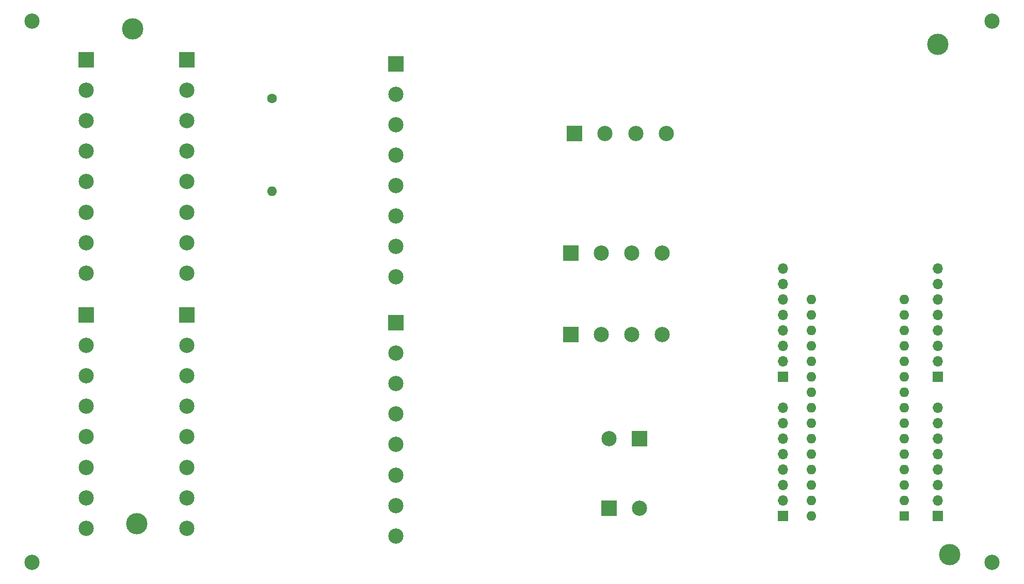
<source format=gbr>
%TF.GenerationSoftware,KiCad,Pcbnew,(6.0.2)*%
%TF.CreationDate,2022-07-12T14:07:49-04:00*%
%TF.ProjectId,RDL_revD6,52444c5f-7265-4764-9436-2e6b69636164,Rev D6*%
%TF.SameCoordinates,Original*%
%TF.FileFunction,Soldermask,Bot*%
%TF.FilePolarity,Negative*%
%FSLAX46Y46*%
G04 Gerber Fmt 4.6, Leading zero omitted, Abs format (unit mm)*
G04 Created by KiCad (PCBNEW (6.0.2)) date 2022-07-12 14:07:49*
%MOMM*%
%LPD*%
G01*
G04 APERTURE LIST*
%ADD10C,1.600000*%
%ADD11O,1.600000X1.600000*%
%ADD12R,2.500000X2.500000*%
%ADD13C,2.500000*%
%ADD14R,1.700000X1.700000*%
%ADD15O,1.700000X1.700000*%
%ADD16C,3.500000*%
%ADD17R,1.600000X1.600000*%
G04 APERTURE END LIST*
D10*
%TO.C,R4*%
X110490000Y-58420000D03*
D11*
X110490000Y-73660000D03*
%TD*%
D12*
%TO.C,J9*%
X160140000Y-64135000D03*
D13*
X165140000Y-64135000D03*
X170140000Y-64135000D03*
X175140000Y-64135000D03*
%TD*%
D14*
%TO.C,J11*%
X194310000Y-104110000D03*
D15*
X194310000Y-101570000D03*
X194310000Y-99030000D03*
X194310000Y-96490000D03*
X194310000Y-93950000D03*
X194310000Y-91410000D03*
X194310000Y-88870000D03*
X194310000Y-86330000D03*
%TD*%
D14*
%TO.C,J8*%
X219710000Y-104110000D03*
D15*
X219710000Y-101570000D03*
X219710000Y-99030000D03*
X219710000Y-96490000D03*
X219710000Y-93950000D03*
X219710000Y-91410000D03*
X219710000Y-88870000D03*
X219710000Y-86330000D03*
%TD*%
D12*
%TO.C,J15*%
X165735000Y-125730000D03*
D13*
X170735000Y-125730000D03*
%TD*%
D14*
%TO.C,J7*%
X219710000Y-126985000D03*
D15*
X219710000Y-124445000D03*
X219710000Y-121905000D03*
X219710000Y-119365000D03*
X219710000Y-116825000D03*
X219710000Y-114285000D03*
X219710000Y-111745000D03*
X219710000Y-109205000D03*
%TD*%
D12*
%TO.C,J5*%
X130810000Y-52705000D03*
D13*
X130810000Y-57705000D03*
X130810000Y-62705000D03*
X130810000Y-67705000D03*
X130810000Y-72705000D03*
X130810000Y-77705000D03*
X130810000Y-82705000D03*
X130810000Y-87705000D03*
%TD*%
D16*
%TO.C,H6*%
X219710000Y-49530000D03*
%TD*%
D13*
%TO.C,H3*%
X228600000Y-134620000D03*
%TD*%
D16*
%TO.C,H8*%
X88265000Y-128270000D03*
%TD*%
D12*
%TO.C,J13*%
X159505000Y-97155000D03*
D13*
X164505000Y-97155000D03*
X169505000Y-97155000D03*
X174505000Y-97155000D03*
%TD*%
D12*
%TO.C,J1*%
X96520000Y-52070000D03*
D13*
X96520000Y-57070000D03*
X96520000Y-62070000D03*
X96520000Y-67070000D03*
X96520000Y-72070000D03*
X96520000Y-77070000D03*
X96520000Y-82070000D03*
X96520000Y-87070000D03*
%TD*%
D16*
%TO.C,H7*%
X221615000Y-133350000D03*
%TD*%
D12*
%TO.C,J14*%
X170775000Y-114300000D03*
D13*
X165775000Y-114300000D03*
%TD*%
%TO.C,H4*%
X71120000Y-134620000D03*
%TD*%
D12*
%TO.C,J2*%
X96520000Y-93980000D03*
D13*
X96520000Y-98980000D03*
X96520000Y-103980000D03*
X96520000Y-108980000D03*
X96520000Y-113980000D03*
X96520000Y-118980000D03*
X96520000Y-123980000D03*
X96520000Y-128980000D03*
%TD*%
D12*
%TO.C,J12*%
X159505000Y-83820000D03*
D13*
X164505000Y-83820000D03*
X169505000Y-83820000D03*
X174505000Y-83820000D03*
%TD*%
D17*
%TO.C,A1*%
X214210000Y-126985000D03*
D11*
X214210000Y-124445000D03*
X214210000Y-121905000D03*
X214210000Y-119365000D03*
X214210000Y-116825000D03*
X214210000Y-114285000D03*
X214210000Y-111745000D03*
X214210000Y-109205000D03*
X214210000Y-106665000D03*
X214210000Y-104125000D03*
X214210000Y-101585000D03*
X214210000Y-99045000D03*
X214210000Y-96505000D03*
X214210000Y-93965000D03*
X214210000Y-91425000D03*
X198970000Y-91425000D03*
X198970000Y-93965000D03*
X198970000Y-96505000D03*
X198970000Y-99045000D03*
X198970000Y-101585000D03*
X198970000Y-104125000D03*
X198970000Y-106665000D03*
X198970000Y-109205000D03*
X198970000Y-111745000D03*
X198970000Y-114285000D03*
X198970000Y-116825000D03*
X198970000Y-119365000D03*
X198970000Y-121905000D03*
X198970000Y-124445000D03*
X198970000Y-126985000D03*
%TD*%
D14*
%TO.C,J10*%
X194310000Y-126985000D03*
D15*
X194310000Y-124445000D03*
X194310000Y-121905000D03*
X194310000Y-119365000D03*
X194310000Y-116825000D03*
X194310000Y-114285000D03*
X194310000Y-111745000D03*
X194310000Y-109205000D03*
%TD*%
D12*
%TO.C,J3*%
X80010000Y-52070000D03*
D13*
X80010000Y-57070000D03*
X80010000Y-62070000D03*
X80010000Y-67070000D03*
X80010000Y-72070000D03*
X80010000Y-77070000D03*
X80010000Y-82070000D03*
X80010000Y-87070000D03*
%TD*%
D12*
%TO.C,J4*%
X80010000Y-93980000D03*
D13*
X80010000Y-98980000D03*
X80010000Y-103980000D03*
X80010000Y-108980000D03*
X80010000Y-113980000D03*
X80010000Y-118980000D03*
X80010000Y-123980000D03*
X80010000Y-128980000D03*
%TD*%
%TO.C,H2*%
X228600000Y-45720000D03*
%TD*%
D16*
%TO.C,H5*%
X87630000Y-46990000D03*
%TD*%
D13*
%TO.C,H1*%
X71120000Y-45720000D03*
%TD*%
D12*
%TO.C,J6*%
X130810000Y-95250000D03*
D13*
X130810000Y-100250000D03*
X130810000Y-105250000D03*
X130810000Y-110250000D03*
X130810000Y-115250000D03*
X130810000Y-120250000D03*
X130810000Y-125250000D03*
X130810000Y-130250000D03*
%TD*%
M02*

</source>
